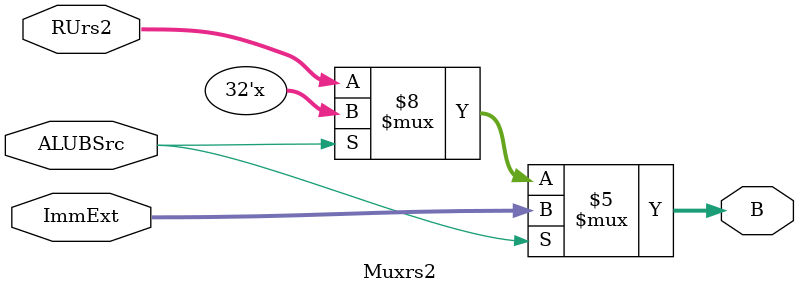
<source format=sv>
module Muxrs2(
  input [31:0] RUrs2,
  input [31:0] ImmExt,
  input ALUBSrc,
  output reg [31:0] B
);
  
  always@(*) begin
    if (ALUBSrc == 0)
      B = RUrs2;
    if (ALUBSrc == 1)
      B = ImmExt;
  end
endmodule
</source>
